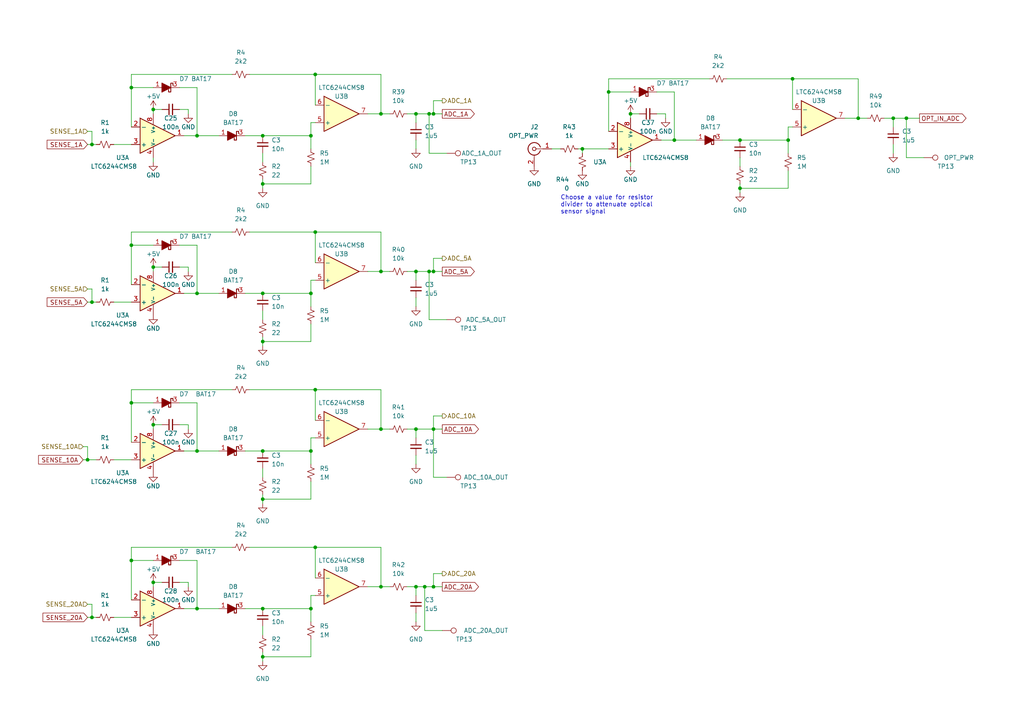
<source format=kicad_sch>
(kicad_sch (version 20230121) (generator eeschema)
  (paper "A4")
  (lib_symbols
    (symbol "Connector:Conn_Coaxial" (pin_names (offset 1.016) hide)
      (property "Reference" "J" (at 0.254 3.048 0))
      (property "Value" "Conn_Coaxial" (at 2.921 0 90))
      (symbol "Conn_Coaxial_0_1"
        (arc (start -1.778 -0.508) (mid 0.2311 -1.8066) (end 1.778 0) (stroke (width 0.254)))
        (polyline (pts (xy -2.54 0) (xy -0.508 0)))
        (polyline (pts (xy 0 -2.54) (xy 0 -1.778)))
        (circle (center 0 0) (radius 0.508) (stroke (width 0.2032)))
        (arc (start 1.778 0) (mid 0.2099 1.8101) (end -1.778 0.508) (stroke (width 0.254)))
      )
      (symbol "Conn_Coaxial_1_1"
        (pin passive line (at -5.08 0 0) (length 2.54) (name "In") (number "1"))
        (pin passive line (at 0 -5.08 90) (length 2.54) (name "Ext") (number "2"))
      )
    )
    (symbol "Connector:TestPoint" (pin_numbers hide) (pin_names (offset 0.762) hide)
      (property "Reference" "TP" (at 0 6.858 0))
      (property "Value" "TestPoint" (at 0 5.08 0))
      (symbol "TestPoint_0_1"
        (circle (center 0 3.302) (radius 0.762))
      )
      (symbol "TestPoint_1_1"
        (pin passive line (at 0 0 90) (length 2.54) (name "1") (number "1"))
      )
    )
    (symbol "Device:C_Small" (pin_numbers hide) (pin_names (offset 0.254) hide)
      (property "Reference" "C" (at 0.254 1.778 0))
      (property "Value" "C_Small" (at 0.254 -2.032 0))
      (symbol "C_Small_0_1"
        (polyline (pts (xy -1.524 -0.508) (xy 1.524 -0.508)) (stroke (width 0.3302)))
        (polyline (pts (xy -1.524 0.508) (xy 1.524 0.508)) (stroke (width 0.3048)))
      )
      (symbol "C_Small_1_1"
        (pin passive line (at 0 2.54 270) (length 2.032) (name "~") (number "1"))
        (pin passive line (at 0 -2.54 90) (length 2.032) (name "~") (number "2"))
      )
    )
    (symbol "Device:R_Small_US" (pin_numbers hide) (pin_names (offset 0.254) hide)
      (property "Reference" "R" (at 0.762 0.508 0))
      (property "Value" "R_Small_US" (at 0.762 -1.016 0))
      (symbol "R_Small_US_1_1"
        (polyline (pts (xy 0 0) (xy 1.016 -0.381) (xy 0 -0.762) (xy -1.016 -1.143) (xy 0 -1.524)))
        (polyline (pts (xy 0 1.524) (xy 1.016 1.143) (xy 0 0.762) (xy -1.016 0.381) (xy 0 0)))
        (pin passive line (at 0 2.54 270) (length 1.016) (name "~") (number "1"))
        (pin passive line (at 0 -2.54 90) (length 1.016) (name "~") (number "2"))
      )
    )
    (symbol "PCM_Amplifier_Operational_AKL:LTC6244CMS8" (pin_names (offset 0.2))
      (property "Reference" "U" (at 1.27 7.62 0))
      (property "Value" "LTC6244CMS8" (at 1.27 5.08 0))
      (symbol "LTC6244CMS8_0_1"
        (polyline (pts (xy -3.81 5.08) (xy -3.81 -5.08) (xy 6.35 0) (xy -3.81 5.08)) (stroke (width 0.254)) (fill (type background)))
      )
      (symbol "LTC6244CMS8_1_1"
        (pin output line (at 8.89 0 180) (length 2.54) (name "~") (number "1"))
        (pin input line (at -6.35 2.54 0) (length 2.54) (name "-") (number "2"))
        (pin input line (at -6.35 -2.54 0) (length 2.54) (name "+") (number "3"))
        (pin power_in line (at 0 -6.35 90) (length 3.18) (name "V-") (number "4"))
        (pin power_in line (at 0 6.35 270) (length 3.18) (name "V+") (number "8"))
      )
      (symbol "LTC6244CMS8_2_1"
        (pin input line (at -6.35 -2.54 0) (length 2.54) (name "+") (number "5"))
        (pin input line (at -6.35 2.54 0) (length 2.54) (name "-") (number "6"))
        (pin output line (at 8.89 0 180) (length 2.54) (name "~") (number "7"))
      )
    )
    (symbol "PCM_Diode_Schottky_AKL:BAT17" (pin_names (offset 1.016) hide)
      (property "Reference" "D" (at 0 6.35 0))
      (property "Value" "BAT17" (at 0 3.81 0))
      (symbol "BAT17_0_1"
        (polyline (pts (xy -1.27 0) (xy 1.27 0)))
        (polyline (pts (xy -1.27 1.27) (xy -1.27 -1.27)) (stroke (width 0.254)))
        (polyline (pts (xy -1.27 -1.27) (xy -1.27 1.27) (xy 1.27 0) (xy -1.27 -1.27)) (stroke (width 0.254)) (fill (type outline)))
      )
      (symbol "BAT17_1_1"
        (polyline (pts (xy 1.905 0.635) (xy 1.905 1.27) (xy 1.27 1.27) (xy 1.27 -1.27) (xy 0.635 -1.27) (xy 0.635 -0.635)) (stroke (width 0.254)))
        (pin passive line (at -3.81 0 0) (length 2.54) (name "A") (number "1"))
        (pin no_connect line (at 0 0 0) (length 2.54) hide (name "NC") (number "2"))
        (pin passive line (at 3.81 0 180) (length 2.54) (name "K") (number "3"))
      )
    )
    (symbol "power:+5V" (power) (pin_names (offset 0))
      (property "Value" "+5V" (at 0 3.556 0))
      (symbol "+5V_0_1"
        (polyline (pts (xy -0.762 1.27) (xy 0 2.54)))
        (polyline (pts (xy 0 0) (xy 0 2.54)))
        (polyline (pts (xy 0 2.54) (xy 0.762 1.27)))
      )
      (symbol "+5V_1_1"
        (pin power_in line (at 0 0 90) (length 0) hide (name "+5V") (number "1"))
      )
    )
    (symbol "power:GND" (power) (pin_names (offset 0))
      (property "Value" "GND" (at 0 -3.81 0))
      (symbol "GND_0_1"
        (polyline (pts (xy 0 0) (xy 0 -1.27) (xy 1.27 -1.27) (xy 0 -2.54) (xy -1.27 -1.27) (xy 0 -1.27)))
      )
      (symbol "GND_1_1"
        (pin power_in line (at 0 0 270) (length 0) hide (name "GND") (number "1"))
      )
    )
  )
  (junction (at 44.45 123.19))
  (junction (at 124.46 78.74))
  (junction (at 38.1 71.12))
  (junction (at 90.17 176.53))
  (junction (at 26.67 87.63))
  (junction (at 120.65 33.02))
  (junction (at 176.53 26.67))
  (junction (at 229.87 22.86))
  (junction (at 125.73 170.18))
  (junction (at 195.58 40.64))
  (junction (at 90.17 130.81))
  (junction (at 76.2 190.5))
  (junction (at 76.2 53.34))
  (junction (at 76.2 176.53))
  (junction (at 91.44 158.75))
  (junction (at 26.67 179.07))
  (junction (at 76.2 144.78))
  (junction (at 38.1 162.56))
  (junction (at 26.67 41.91))
  (junction (at 25.4 133.35))
  (junction (at 76.2 85.09))
  (junction (at 120.65 78.74))
  (junction (at 57.15 85.09))
  (junction (at 182.88 33.02))
  (junction (at 125.73 78.74))
  (junction (at 57.15 39.37))
  (junction (at 91.44 21.59))
  (junction (at 76.2 39.37))
  (junction (at 90.17 85.09))
  (junction (at 262.89 34.29))
  (junction (at 123.19 170.18))
  (junction (at 76.2 99.06))
  (junction (at 248.92 34.29))
  (junction (at 214.63 40.64))
  (junction (at 90.17 39.37))
  (junction (at 38.1 116.84))
  (junction (at 44.45 31.75))
  (junction (at 125.73 33.02))
  (junction (at 259.08 34.29))
  (junction (at 110.49 78.74))
  (junction (at 110.49 170.18))
  (junction (at 57.15 130.81))
  (junction (at 44.45 77.47))
  (junction (at 120.65 124.46))
  (junction (at 124.46 33.02))
  (junction (at 125.73 124.46))
  (junction (at 91.44 67.31))
  (junction (at 76.2 130.81))
  (junction (at 91.44 113.03))
  (junction (at 38.1 25.4))
  (junction (at 120.65 170.18))
  (junction (at 110.49 124.46))
  (junction (at 214.63 54.61))
  (junction (at 168.91 43.18))
  (junction (at 110.49 33.02))
  (junction (at 57.15 176.53))
  (junction (at 44.45 168.91))
  (junction (at 228.6 40.64))
  (wire (pts (xy 228.6 54.61) (xy 214.63 54.61)))
  (wire (pts (xy 54.61 33.02) (xy 54.61 31.75)))
  (wire (pts (xy 90.17 39.37) (xy 76.2 39.37)))
  (wire (pts (xy 120.65 170.18) (xy 118.11 170.18)))
  (wire (pts (xy 76.2 189.23) (xy 76.2 190.5)))
  (wire (pts (xy 228.6 36.83) (xy 228.6 40.64)))
  (wire (pts (xy 124.46 33.02) (xy 125.73 33.02)))
  (wire (pts (xy 110.49 21.59) (xy 110.49 33.02)))
  (wire (pts (xy 52.07 25.4) (xy 57.15 25.4)))
  (wire (pts (xy 90.17 134.62) (xy 90.17 130.81)))
  (wire (pts (xy 120.65 86.36) (xy 120.65 88.9)))
  (wire (pts (xy 57.15 130.81) (xy 53.34 130.81)))
  (wire (pts (xy 90.17 85.09) (xy 76.2 85.09)))
  (wire (pts (xy 162.56 43.18) (xy 160.02 43.18)))
  (wire (pts (xy 91.44 113.03) (xy 91.44 121.92)))
  (wire (pts (xy 76.2 143.51) (xy 76.2 144.78)))
  (wire (pts (xy 54.61 170.18) (xy 54.61 168.91)))
  (wire (pts (xy 91.44 158.75) (xy 91.44 167.64)))
  (wire (pts (xy 128.27 166.37) (xy 125.73 166.37)))
  (wire (pts (xy 168.91 43.18) (xy 167.64 43.18)))
  (wire (pts (xy 52.07 71.12) (xy 57.15 71.12)))
  (wire (pts (xy 76.2 44.45) (xy 76.2 46.99)))
  (wire (pts (xy 54.61 123.19) (xy 52.07 123.19)))
  (wire (pts (xy 25.4 179.07) (xy 26.67 179.07)))
  (wire (pts (xy 44.45 31.75) (xy 44.45 33.02)))
  (wire (pts (xy 176.53 26.67) (xy 176.53 38.1)))
  (wire (pts (xy 168.91 43.18) (xy 176.53 43.18)))
  (wire (pts (xy 210.82 22.86) (xy 229.87 22.86)))
  (wire (pts (xy 33.02 179.07) (xy 38.1 179.07)))
  (wire (pts (xy 57.15 176.53) (xy 53.34 176.53)))
  (wire (pts (xy 90.17 190.5) (xy 76.2 190.5)))
  (wire (pts (xy 120.65 132.08) (xy 120.65 134.62)))
  (wire (pts (xy 38.1 25.4) (xy 38.1 36.83)))
  (wire (pts (xy 110.49 78.74) (xy 106.68 78.74)))
  (wire (pts (xy 120.65 127) (xy 120.65 124.46)))
  (wire (pts (xy 57.15 85.09) (xy 63.5 85.09)))
  (wire (pts (xy 38.1 71.12) (xy 44.45 71.12)))
  (wire (pts (xy 168.91 43.18) (xy 168.91 44.45)))
  (wire (pts (xy 120.65 124.46) (xy 118.11 124.46)))
  (wire (pts (xy 91.44 21.59) (xy 110.49 21.59)))
  (wire (pts (xy 25.4 175.26) (xy 26.67 175.26)))
  (wire (pts (xy 26.67 175.26) (xy 26.67 179.07)))
  (wire (pts (xy 33.02 41.91) (xy 38.1 41.91)))
  (wire (pts (xy 120.65 78.74) (xy 118.11 78.74)))
  (wire (pts (xy 72.39 113.03) (xy 91.44 113.03)))
  (wire (pts (xy 267.97 45.72) (xy 262.89 45.72)))
  (wire (pts (xy 38.1 67.31) (xy 38.1 71.12)))
  (wire (pts (xy 124.46 92.71) (xy 124.46 78.74)))
  (wire (pts (xy 71.12 130.81) (xy 76.2 130.81)))
  (wire (pts (xy 91.44 67.31) (xy 91.44 76.2)))
  (wire (pts (xy 259.08 41.91) (xy 259.08 44.45)))
  (wire (pts (xy 214.63 45.72) (xy 214.63 48.26)))
  (wire (pts (xy 26.67 179.07) (xy 27.94 179.07)))
  (wire (pts (xy 91.44 127) (xy 90.17 127)))
  (wire (pts (xy 214.63 54.61) (xy 214.63 55.88)))
  (wire (pts (xy 125.73 138.43) (xy 125.73 124.46)))
  (wire (pts (xy 110.49 170.18) (xy 113.03 170.18)))
  (wire (pts (xy 44.45 31.75) (xy 46.99 31.75)))
  (wire (pts (xy 90.17 93.98) (xy 90.17 99.06)))
  (wire (pts (xy 120.65 177.8) (xy 120.65 180.34)))
  (wire (pts (xy 25.4 129.54) (xy 25.4 133.35)))
  (wire (pts (xy 76.2 90.17) (xy 76.2 92.71)))
  (wire (pts (xy 54.61 124.46) (xy 54.61 123.19)))
  (wire (pts (xy 195.58 26.67) (xy 195.58 40.64)))
  (wire (pts (xy 52.07 162.56) (xy 57.15 162.56)))
  (wire (pts (xy 57.15 162.56) (xy 57.15 176.53)))
  (wire (pts (xy 91.44 172.72) (xy 90.17 172.72)))
  (wire (pts (xy 120.65 81.28) (xy 120.65 78.74)))
  (wire (pts (xy 228.6 40.64) (xy 214.63 40.64)))
  (wire (pts (xy 90.17 35.56) (xy 90.17 39.37)))
  (wire (pts (xy 57.15 130.81) (xy 63.5 130.81)))
  (wire (pts (xy 124.46 78.74) (xy 125.73 78.74)))
  (wire (pts (xy 44.45 123.19) (xy 46.99 123.19)))
  (wire (pts (xy 44.45 168.91) (xy 46.99 168.91)))
  (wire (pts (xy 76.2 144.78) (xy 76.2 146.05)))
  (wire (pts (xy 71.12 39.37) (xy 76.2 39.37)))
  (wire (pts (xy 76.2 181.61) (xy 76.2 184.15)))
  (wire (pts (xy 120.65 35.56) (xy 120.65 33.02)))
  (wire (pts (xy 67.31 67.31) (xy 38.1 67.31)))
  (wire (pts (xy 182.88 46.99) (xy 182.88 48.26)))
  (wire (pts (xy 209.55 40.64) (xy 214.63 40.64)))
  (wire (pts (xy 38.1 162.56) (xy 38.1 173.99)))
  (wire (pts (xy 44.45 77.47) (xy 46.99 77.47)))
  (wire (pts (xy 76.2 97.79) (xy 76.2 99.06)))
  (wire (pts (xy 38.1 21.59) (xy 38.1 25.4)))
  (wire (pts (xy 120.65 78.74) (xy 124.46 78.74)))
  (wire (pts (xy 229.87 36.83) (xy 228.6 36.83)))
  (wire (pts (xy 90.17 185.42) (xy 90.17 190.5)))
  (wire (pts (xy 128.27 74.93) (xy 125.73 74.93)))
  (wire (pts (xy 124.46 33.02) (xy 124.46 44.45)))
  (wire (pts (xy 129.54 92.71) (xy 124.46 92.71)))
  (wire (pts (xy 71.12 85.09) (xy 76.2 85.09)))
  (wire (pts (xy 120.65 40.64) (xy 120.65 43.18)))
  (wire (pts (xy 90.17 88.9) (xy 90.17 85.09)))
  (wire (pts (xy 54.61 31.75) (xy 52.07 31.75)))
  (wire (pts (xy 125.73 120.65) (xy 125.73 124.46)))
  (wire (pts (xy 229.87 22.86) (xy 248.92 22.86)))
  (wire (pts (xy 25.4 38.1) (xy 26.67 38.1)))
  (wire (pts (xy 44.45 45.72) (xy 44.45 46.99)))
  (wire (pts (xy 110.49 78.74) (xy 113.03 78.74)))
  (wire (pts (xy 26.67 41.91) (xy 27.94 41.91)))
  (wire (pts (xy 110.49 158.75) (xy 110.49 170.18)))
  (wire (pts (xy 90.17 48.26) (xy 90.17 53.34)))
  (wire (pts (xy 57.15 176.53) (xy 63.5 176.53)))
  (wire (pts (xy 91.44 21.59) (xy 91.44 30.48)))
  (wire (pts (xy 25.4 87.63) (xy 26.67 87.63)))
  (wire (pts (xy 72.39 21.59) (xy 91.44 21.59)))
  (wire (pts (xy 182.88 33.02) (xy 185.42 33.02)))
  (wire (pts (xy 128.27 29.21) (xy 125.73 29.21)))
  (wire (pts (xy 262.89 34.29) (xy 266.7 34.29)))
  (wire (pts (xy 195.58 40.64) (xy 201.93 40.64)))
  (wire (pts (xy 125.73 33.02) (xy 128.27 33.02)))
  (wire (pts (xy 25.4 83.82) (xy 26.67 83.82)))
  (wire (pts (xy 228.6 49.53) (xy 228.6 54.61)))
  (wire (pts (xy 262.89 34.29) (xy 262.89 45.72)))
  (wire (pts (xy 38.1 116.84) (xy 38.1 128.27)))
  (wire (pts (xy 57.15 39.37) (xy 53.34 39.37)))
  (wire (pts (xy 76.2 135.89) (xy 76.2 138.43)))
  (wire (pts (xy 120.65 170.18) (xy 123.19 170.18)))
  (wire (pts (xy 120.65 124.46) (xy 125.73 124.46)))
  (wire (pts (xy 90.17 81.28) (xy 90.17 85.09)))
  (wire (pts (xy 193.04 33.02) (xy 190.5 33.02)))
  (wire (pts (xy 26.67 83.82) (xy 26.67 87.63)))
  (wire (pts (xy 57.15 39.37) (xy 63.5 39.37)))
  (wire (pts (xy 67.31 158.75) (xy 38.1 158.75)))
  (wire (pts (xy 91.44 158.75) (xy 110.49 158.75)))
  (wire (pts (xy 57.15 116.84) (xy 57.15 130.81)))
  (wire (pts (xy 90.17 139.7) (xy 90.17 144.78)))
  (wire (pts (xy 33.02 133.35) (xy 38.1 133.35)))
  (wire (pts (xy 248.92 34.29) (xy 251.46 34.29)))
  (wire (pts (xy 91.44 81.28) (xy 90.17 81.28)))
  (wire (pts (xy 76.2 52.07) (xy 76.2 53.34)))
  (wire (pts (xy 44.45 123.19) (xy 44.45 124.46)))
  (wire (pts (xy 229.87 22.86) (xy 229.87 31.75)))
  (wire (pts (xy 38.1 113.03) (xy 38.1 116.84)))
  (wire (pts (xy 110.49 33.02) (xy 106.68 33.02)))
  (wire (pts (xy 193.04 34.29) (xy 193.04 33.02)))
  (wire (pts (xy 90.17 172.72) (xy 90.17 176.53)))
  (wire (pts (xy 214.63 53.34) (xy 214.63 54.61)))
  (wire (pts (xy 129.54 44.45) (xy 124.46 44.45)))
  (wire (pts (xy 38.1 71.12) (xy 38.1 82.55)))
  (wire (pts (xy 248.92 34.29) (xy 245.11 34.29)))
  (wire (pts (xy 128.27 182.88) (xy 123.19 182.88)))
  (wire (pts (xy 205.74 22.86) (xy 176.53 22.86)))
  (wire (pts (xy 57.15 85.09) (xy 53.34 85.09)))
  (wire (pts (xy 125.73 170.18) (xy 128.27 170.18)))
  (wire (pts (xy 67.31 21.59) (xy 38.1 21.59)))
  (wire (pts (xy 67.31 113.03) (xy 38.1 113.03)))
  (wire (pts (xy 38.1 116.84) (xy 44.45 116.84)))
  (wire (pts (xy 91.44 67.31) (xy 110.49 67.31)))
  (wire (pts (xy 26.67 38.1) (xy 26.67 41.91)))
  (wire (pts (xy 259.08 36.83) (xy 259.08 34.29)))
  (wire (pts (xy 228.6 44.45) (xy 228.6 40.64)))
  (wire (pts (xy 90.17 130.81) (xy 76.2 130.81)))
  (wire (pts (xy 76.2 53.34) (xy 76.2 54.61)))
  (wire (pts (xy 76.2 190.5) (xy 76.2 191.77)))
  (wire (pts (xy 25.4 41.91) (xy 26.67 41.91)))
  (wire (pts (xy 26.67 87.63) (xy 27.94 87.63)))
  (wire (pts (xy 25.4 133.35) (xy 27.94 133.35)))
  (wire (pts (xy 57.15 25.4) (xy 57.15 39.37)))
  (wire (pts (xy 182.88 33.02) (xy 182.88 34.29)))
  (wire (pts (xy 125.73 166.37) (xy 125.73 170.18)))
  (wire (pts (xy 125.73 29.21) (xy 125.73 33.02)))
  (wire (pts (xy 54.61 77.47) (xy 52.07 77.47)))
  (wire (pts (xy 90.17 180.34) (xy 90.17 176.53)))
  (wire (pts (xy 90.17 127) (xy 90.17 130.81)))
  (wire (pts (xy 123.19 170.18) (xy 125.73 170.18)))
  (wire (pts (xy 44.45 168.91) (xy 44.45 170.18)))
  (wire (pts (xy 38.1 25.4) (xy 44.45 25.4)))
  (wire (pts (xy 125.73 74.93) (xy 125.73 78.74)))
  (wire (pts (xy 195.58 40.64) (xy 191.77 40.64)))
  (wire (pts (xy 248.92 22.86) (xy 248.92 34.29)))
  (wire (pts (xy 120.65 33.02) (xy 118.11 33.02)))
  (wire (pts (xy 110.49 33.02) (xy 113.03 33.02)))
  (wire (pts (xy 57.15 71.12) (xy 57.15 85.09)))
  (wire (pts (xy 120.65 33.02) (xy 124.46 33.02)))
  (wire (pts (xy 120.65 172.72) (xy 120.65 170.18)))
  (wire (pts (xy 38.1 162.56) (xy 44.45 162.56)))
  (wire (pts (xy 259.08 34.29) (xy 262.89 34.29)))
  (wire (pts (xy 54.61 78.74) (xy 54.61 77.47)))
  (wire (pts (xy 259.08 34.29) (xy 256.54 34.29)))
  (wire (pts (xy 24.13 129.54) (xy 25.4 129.54)))
  (wire (pts (xy 90.17 53.34) (xy 76.2 53.34)))
  (wire (pts (xy 176.53 22.86) (xy 176.53 26.67)))
  (wire (pts (xy 24.13 133.35) (xy 25.4 133.35)))
  (wire (pts (xy 91.44 113.03) (xy 110.49 113.03)))
  (wire (pts (xy 72.39 158.75) (xy 91.44 158.75)))
  (wire (pts (xy 72.39 67.31) (xy 91.44 67.31)))
  (wire (pts (xy 176.53 26.67) (xy 182.88 26.67)))
  (wire (pts (xy 71.12 176.53) (xy 76.2 176.53)))
  (wire (pts (xy 91.44 35.56) (xy 90.17 35.56)))
  (wire (pts (xy 44.45 77.47) (xy 44.45 78.74)))
  (wire (pts (xy 129.54 138.43) (xy 125.73 138.43)))
  (wire (pts (xy 110.49 124.46) (xy 113.03 124.46)))
  (wire (pts (xy 33.02 87.63) (xy 38.1 87.63)))
  (wire (pts (xy 54.61 168.91) (xy 52.07 168.91)))
  (wire (pts (xy 90.17 99.06) (xy 76.2 99.06)))
  (wire (pts (xy 128.27 120.65) (xy 125.73 120.65)))
  (wire (pts (xy 125.73 78.74) (xy 128.27 78.74)))
  (wire (pts (xy 123.19 182.88) (xy 123.19 170.18)))
  (wire (pts (xy 125.73 124.46) (xy 128.27 124.46)))
  (wire (pts (xy 110.49 170.18) (xy 106.68 170.18)))
  (wire (pts (xy 110.49 124.46) (xy 106.68 124.46)))
  (wire (pts (xy 76.2 99.06) (xy 76.2 100.33)))
  (wire (pts (xy 90.17 43.18) (xy 90.17 39.37)))
  (wire (pts (xy 110.49 67.31) (xy 110.49 78.74)))
  (wire (pts (xy 38.1 158.75) (xy 38.1 162.56)))
  (wire (pts (xy 190.5 26.67) (xy 195.58 26.67)))
  (wire (pts (xy 90.17 176.53) (xy 76.2 176.53)))
  (wire (pts (xy 52.07 116.84) (xy 57.15 116.84)))
  (wire (pts (xy 90.17 144.78) (xy 76.2 144.78)))
  (wire (pts (xy 110.49 113.03) (xy 110.49 124.46)))
  (text "Choose a value for resistor\ndivider to attenuate optical\nsensor signal" (at 162.56 62.23 0) (effects (font (size 1.27 1.27)) (justify left bottom)))
  (global_label "SENSE_5A" (shape input) (at 25.4 87.63 180) (property "Intersheetrefs" "${INTERSHEET_REFS}" (effects hide)))
  (global_label "ADC_5A" (shape output) (at 128.27 78.74 0) (property "Intersheetrefs" "${INTERSHEET_REFS}" (effects hide)))
  (global_label "ADC_1A" (shape output) (at 128.27 33.02 0) (property "Intersheetrefs" "${INTERSHEET_REFS}" (effects hide)))
  (global_label "ADC_20A" (shape output) (at 128.27 170.18 0) (property "Intersheetrefs" "${INTERSHEET_REFS}" (effects hide)))
  (global_label "OPT_IN_ADC" (shape output) (at 266.7 34.29 0) (property "Intersheetrefs" "${INTERSHEET_REFS}" (effects hide)))
  (global_label "ADC_10A" (shape output) (at 128.27 124.46 0) (property "Intersheetrefs" "${INTERSHEET_REFS}" (effects hide)))
  (global_label "SENSE_10A" (shape input) (at 24.13 133.35 180) (property "Intersheetrefs" "${INTERSHEET_REFS}" (effects hide)))
  (global_label "SENSE_1A" (shape input) (at 25.4 41.91 180) (property "Intersheetrefs" "${INTERSHEET_REFS}" (effects hide)))
  (global_label "SENSE_20A" (shape input) (at 25.4 179.07 180) (property "Intersheetrefs" "${INTERSHEET_REFS}" (effects hide)))
  (hierarchical_label "SENSE_1A" (shape input) (at 25.4 38.1 180))
  (hierarchical_label "ADC_1A" (shape output) (at 128.27 29.21 0))
  (hierarchical_label "ADC_10A" (shape output) (at 128.27 120.65 0))
  (hierarchical_label "SENSE_20A" (shape input) (at 25.4 175.26 180))
  (hierarchical_label "SENSE_5A" (shape input) (at 25.4 83.82 180))
  (hierarchical_label "ADC_5A" (shape output) (at 128.27 74.93 0))
  (hierarchical_label "ADC_20A" (shape output) (at 128.27 166.37 0))
  (hierarchical_label "SENSE_10A" (shape input) (at 24.13 129.54 180))
  (symbol (lib_id "Device:R_Small_US") (at 165.1 43.18 90) (mirror x) (unit 1)
    (property "Reference" "R43" (at 165.1 36.83 90))
    (property "Value" "1k" (at 165.1 39.37 90))
    (property "Footprint" "Resistor_SMD:R_0603_1608Metric_Pad0.98x0.95mm_HandSolder" (effects hide))
    (instances (project "cc_laser_supply_rev-B" (path "" (reference "R43") (unit 1)) (path "" (reference "R44") (unit 1))))
  )
  (symbol (lib_id "Device:R_Small_US") (at 69.85 21.59 90) (unit 1)
    (property "Reference" "R4" (at 69.85 15.24 90))
    (property "Value" "2k2" (at 69.85 17.78 90))
    (property "Footprint" "Resistor_SMD:R_0603_1608Metric_Pad0.98x0.95mm_HandSolder" (effects hide))
    (instances (project "cc_laser_supply_rev-B" (path "" (reference "R4") (unit 1)) (path "" (reference "R27") (unit 1))))
  )
  (symbol (lib_id "power:GND") (at 54.61 33.02 0) (unit 1)
    (property "Reference" "#PWR056" (effects hide))
    (property "Value" "GND" (at 54.61 36.83 0))
  )
  (symbol (lib_id "Device:C_Small") (at 120.65 38.1 0) (unit 1)
    (property "Reference" "C3" (at 123.19 36.8363 0) (effects (justify left)))
    (property "Value" "1u5" (at 123.19 39.3763 0) (effects (justify left)))
    (property "Footprint" "Capacitor_SMD:C_0603_1608Metric_Pad1.08x0.95mm_HandSolder" (effects hide))
    (instances (project "cc_laser_supply_rev-B" (path "" (reference "C3") (unit 1)) (path "" (reference "C33") (unit 1))))
  )
  (symbol (lib_id "Device:R_Small_US") (at 115.57 170.18 90) (unit 1)
    (property "Reference" "R42" (at 115.57 163.83 90))
    (property "Value" "10k" (at 115.57 166.37 90))
    (property "Footprint" "Resistor_SMD:R_0603_1608Metric_Pad0.98x0.95mm_HandSolder" (effects hide))
  )
  (symbol (lib_id "Device:C_Small") (at 259.08 39.37 0) (unit 1)
    (property "Reference" "C3" (at 261.62 38.1063 0) (effects (justify left)))
    (property "Value" "1u5" (at 261.62 40.6463 0) (effects (justify left)))
    (property "Footprint" "Capacitor_SMD:C_0603_1608Metric_Pad1.08x0.95mm_HandSolder" (effects hide))
    (instances (project "cc_laser_supply_rev-B" (path "" (reference "C3") (unit 1)) (path "" (reference "C39") (unit 1))))
  )
  (symbol (lib_id "power:GND") (at 120.65 88.9 0) (unit 1)
    (property "Reference" "#PWR01" (effects hide))
    (property "Value" "GND" (at 120.65 93.98 0))
    (instances (project "cc_laser_supply_rev-B" (path "" (reference "#PWR01") (unit 1)) (path "" (reference "#PWR065") (unit 1))))
  )
  (symbol (lib_id "power:GND") (at 168.91 49.53 0) (mirror y) (unit 1)
    (property "Reference" "#PWR070" (effects hide))
    (property "Value" "GND" (at 168.91 53.34 0))
    (instances (project "cc_laser_supply_rev-B" (path "" (reference "#PWR070") (unit 1)) (path "" (reference "#PWR031") (unit 1)) (path "" (reference "#PWR069") (unit 1))))
  )
  (symbol (lib_id "Connector:TestPoint") (at 129.54 92.71 270) (unit 1)
    (property "Reference" "TP13" (at 135.89 95.25 90))
    (property "Value" "ADC_5A_OUT" (at 140.97 92.71 90))
    (property "Footprint" "DW_Library:Keystone-1502-2" (effects hide))
    (instances (project "cc_laser_supply_rev-B" (path "" (reference "TP13") (unit 1)) (path "" (reference "TP18") (unit 1))))
  )
  (symbol (lib_id "Device:R_Small_US") (at 115.57 33.02 90) (unit 1)
    (property "Reference" "R39" (at 115.57 26.67 90))
    (property "Value" "10k" (at 115.57 29.21 90))
    (property "Footprint" "Resistor_SMD:R_0603_1608Metric_Pad0.98x0.95mm_HandSolder" (effects hide))
  )
  (symbol (lib_id "Device:R_Small_US") (at 115.57 124.46 90) (unit 1)
    (property "Reference" "R41" (at 115.57 118.11 90))
    (property "Value" "10k" (at 115.57 120.65 90))
    (property "Footprint" "Resistor_SMD:R_0603_1608Metric_Pad0.98x0.95mm_HandSolder" (effects hide))
  )
  (symbol (lib_id "Device:R_Small_US") (at 76.2 49.53 0) (unit 1)
    (property "Reference" "R2" (at 78.74 48.26 0) (effects (justify left)))
    (property "Value" "22" (at 78.74 50.8 0) (effects (justify left)))
    (property "Footprint" "Resistor_SMD:R_0603_1608Metric_Pad0.98x0.95mm_HandSolder" (effects hide))
    (instances (project "cc_laser_supply_rev-B" (path "" (reference "R2") (unit 1)) (path "" (reference "R31") (unit 1))))
  )
  (symbol (lib_id "Device:R_Small_US") (at 208.28 22.86 90) (unit 1)
    (property "Reference" "R4" (at 208.28 16.51 90))
    (property "Value" "2k2" (at 208.28 19.05 90))
    (property "Footprint" "Resistor_SMD:R_0603_1608Metric_Pad0.98x0.95mm_HandSolder" (effects hide))
    (instances (project "cc_laser_supply_rev-B" (path "" (reference "R4") (unit 1)) (path "" (reference "R46") (unit 1))))
  )
  (symbol (lib_id "Device:R_Small_US") (at 76.2 140.97 0) (unit 1)
    (property "Reference" "R2" (at 78.74 139.7 0) (effects (justify left)))
    (property "Value" "22" (at 78.74 142.24 0) (effects (justify left)))
    (property "Footprint" "Resistor_SMD:R_0603_1608Metric_Pad0.98x0.95mm_HandSolder" (effects hide))
    (instances (project "cc_laser_supply_rev-B" (path "" (reference "R2") (unit 1)) (path "" (reference "R33") (unit 1))))
  )
  (symbol (lib_id "Device:R_Small_US") (at 76.2 186.69 0) (unit 1)
    (property "Reference" "R2" (at 78.74 185.42 0) (effects (justify left)))
    (property "Value" "22" (at 78.74 187.96 0) (effects (justify left)))
    (property "Footprint" "Resistor_SMD:R_0603_1608Metric_Pad0.98x0.95mm_HandSolder" (effects hide))
    (instances (project "cc_laser_supply_rev-B" (path "" (reference "R2") (unit 1)) (path "" (reference "R34") (unit 1))))
  )
  (symbol (lib_id "power:GND") (at 44.45 182.88 0) (unit 1)
    (property "Reference" "#PWR055" (effects hide))
    (property "Value" "GND" (at 44.45 186.69 0))
  )
  (symbol (lib_id "Device:R_Small_US") (at 69.85 67.31 90) (unit 1)
    (property "Reference" "R4" (at 69.85 60.96 90))
    (property "Value" "2k2" (at 69.85 63.5 90))
    (property "Footprint" "Resistor_SMD:R_0603_1608Metric_Pad0.98x0.95mm_HandSolder" (effects hide))
    (instances (project "cc_laser_supply_rev-B" (path "" (reference "R4") (unit 1)) (path "" (reference "R28") (unit 1))))
  )
  (symbol (lib_id "Device:R_Small_US") (at 30.48 179.07 90) (unit 1)
    (property "Reference" "R1" (at 30.48 172.72 90))
    (property "Value" "1k" (at 30.48 175.26 90))
    (property "Footprint" "Resistor_SMD:R_0603_1608Metric_Pad0.98x0.95mm_HandSolder" (effects hide))
    (instances (project "cc_laser_supply_rev-B" (path "" (reference "R1") (unit 1)) (path "" (reference "R26") (unit 1))))
  )
  (symbol (lib_id "Device:C_Small") (at 76.2 41.91 0) (unit 1)
    (property "Reference" "C3" (at 78.74 40.6463 0) (effects (justify left)))
    (property "Value" "10n" (at 78.74 43.1863 0) (effects (justify left)))
    (property "Footprint" "Capacitor_SMD:C_0603_1608Metric_Pad1.08x0.95mm_HandSolder" (effects hide))
    (instances (project "cc_laser_supply_rev-B" (path "" (reference "C3") (unit 1)) (path "" (reference "C29") (unit 1))))
  )
  (symbol (lib_id "power:GND") (at 214.63 55.88 0) (unit 1)
    (property "Reference" "#PWR01" (effects hide))
    (property "Value" "GND" (at 214.63 60.96 0))
    (instances (project "cc_laser_supply_rev-B" (path "" (reference "#PWR01") (unit 1)) (path "" (reference "#PWR077") (unit 1))))
  )
  (symbol (lib_id "Device:R_Small_US") (at 214.63 50.8 0) (unit 1)
    (property "Reference" "R2" (at 217.17 49.53 0) (effects (justify left)))
    (property "Value" "22" (at 217.17 52.07 0) (effects (justify left)))
    (property "Footprint" "Resistor_SMD:R_0603_1608Metric_Pad0.98x0.95mm_HandSolder" (effects hide))
    (instances (project "cc_laser_supply_rev-B" (path "" (reference "R2") (unit 1)) (path "" (reference "R47") (unit 1))))
  )
  (symbol (lib_id "PCM_Diode_Schottky_AKL:BAT17") (at 48.26 162.56 0) (unit 1)
    (property "Reference" "D7" (at 53.34 160.02 0))
    (property "Value" "BAT17" (at 59.69 160.02 0))
    (property "Footprint" "Package_TO_SOT_SMD:SOT-23" (effects hide))
    (property "Datasheet" "https://www.tme.eu/Document/d687487cb10ea7fc40a74e801e7f61ce/BAT17.pdf" (effects hide))
    (instances (project "cc_laser_supply_rev-B" (path "" (reference "D7") (unit 1)) (path "" (reference "D11") (unit 1))))
  )
  (symbol (lib_id "Device:R_Small_US") (at 30.48 41.91 90) (unit 1)
    (property "Reference" "R1" (at 30.48 35.56 90))
    (property "Value" "1k" (at 30.48 38.1 90))
    (property "Footprint" "Resistor_SMD:R_0603_1608Metric_Pad0.98x0.95mm_HandSolder" (effects hide))
    (instances (project "cc_laser_supply_rev-B" (path "" (reference "R1") (unit 1)) (path "" (reference "R23") (unit 1))))
  )
  (symbol (lib_id "PCM_Diode_Schottky_AKL:BAT17") (at 48.26 71.12 0) (unit 1)
    (property "Reference" "D7" (at 53.34 68.58 0))
    (property "Value" "BAT17" (at 58.42 68.58 0))
    (property "Footprint" "Package_TO_SOT_SMD:SOT-23" (effects hide))
    (property "Datasheet" "https://www.tme.eu/Document/d687487cb10ea7fc40a74e801e7f61ce/BAT17.pdf" (effects hide))
    (instances (project "cc_laser_supply_rev-B" (path "" (reference "D7") (unit 1)) (path "" (reference "D9") (unit 1))))
  )
  (symbol (lib_id "PCM_Diode_Schottky_AKL:BAT17") (at 67.31 39.37 0) (unit 1)
    (property "Reference" "D8" (at 67.6275 33.02 0))
    (property "Value" "BAT17" (at 67.6275 35.56 0))
    (property "Footprint" "Package_TO_SOT_SMD:SOT-23" (effects hide))
    (property "Datasheet" "https://www.tme.eu/Document/d687487cb10ea7fc40a74e801e7f61ce/BAT17.pdf" (effects hide))
    (instances (project "cc_laser_supply_rev-B" (path "" (reference "D8") (unit 1)) (path "" (reference "D12") (unit 1))))
  )
  (symbol (lib_id "power:+5V") (at 44.45 168.91 0) (unit 1)
    (property "Reference" "#PWR017" (effects hide))
    (property "Value" "+5V" (at 44.45 165.1 0))
    (instances (project "cc_laser_supply_rev-B" (path "" (reference "#PWR017") (unit 1)) (path "" (reference "#PWR054") (unit 1))))
  )
  (symbol (lib_id "PCM_Diode_Schottky_AKL:BAT17") (at 67.31 176.53 0) (unit 1)
    (property "Reference" "D8" (at 67.6275 170.18 0))
    (property "Value" "BAT17" (at 67.6275 172.72 0))
    (property "Footprint" "Package_TO_SOT_SMD:SOT-23" (effects hide))
    (property "Datasheet" "https://www.tme.eu/Document/d687487cb10ea7fc40a74e801e7f61ce/BAT17.pdf" (effects hide))
    (instances (project "cc_laser_supply_rev-B" (path "" (reference "D8") (unit 1)) (path "" (reference "D15") (unit 1))))
  )
  (symbol (lib_id "Device:C_Small") (at 76.2 179.07 0) (unit 1)
    (property "Reference" "C3" (at 78.74 177.8063 0) (effects (justify left)))
    (property "Value" "10n" (at 78.74 180.3463 0) (effects (justify left)))
    (property "Footprint" "Capacitor_SMD:C_0603_1608Metric_Pad1.08x0.95mm_HandSolder" (effects hide))
    (instances (project "cc_laser_supply_rev-B" (path "" (reference "C3") (unit 1)) (path "" (reference "C32") (unit 1))))
  )
  (symbol (lib_id "power:GND") (at 54.61 170.18 0) (unit 1)
    (property "Reference" "#PWR059" (effects hide))
    (property "Value" "GND" (at 54.61 173.99 0))
  )
  (symbol (lib_id "power:GND") (at 120.65 43.18 0) (unit 1)
    (property "Reference" "#PWR01" (effects hide))
    (property "Value" "GND" (at 120.65 48.26 0))
    (instances (project "cc_laser_supply_rev-B" (path "" (reference "#PWR01") (unit 1)) (path "" (reference "#PWR064") (unit 1))))
  )
  (symbol (lib_id "power:+5V") (at 44.45 31.75 0) (unit 1)
    (property "Reference" "#PWR017" (effects hide))
    (property "Value" "+5V" (at 44.45 27.94 0))
    (instances (project "cc_laser_supply_rev-B" (path "" (reference "#PWR017") (unit 1)) (path "" (reference "#PWR048") (unit 1))))
  )
  (symbol (lib_id "Device:R_Small_US") (at 90.17 45.72 0) (unit 1)
    (property "Reference" "R5" (at 92.71 44.45 0) (effects (justify left)))
    (property "Value" "1M" (at 92.71 46.99 0) (effects (justify left)))
    (property "Footprint" "Resistor_SMD:R_0603_1608Metric_Pad0.98x0.95mm_HandSolder" (effects hide))
    (instances (project "cc_laser_supply_rev-B" (path "" (reference "R5") (unit 1)) (path "" (reference "R35") (unit 1))))
  )
  (symbol (lib_id "power:GND") (at 54.61 78.74 0) (unit 1)
    (property "Reference" "#PWR057" (effects hide))
    (property "Value" "GND" (at 54.61 82.55 0))
  )
  (symbol (lib_id "power:GND") (at 54.61 124.46 0) (unit 1)
    (property "Reference" "#PWR058" (effects hide))
    (property "Value" "GND" (at 54.61 128.27 0))
  )
  (symbol (lib_id "power:GND") (at 44.45 137.16 0) (unit 1)
    (property "Reference" "#PWR053" (effects hide))
    (property "Value" "GND" (at 44.45 140.97 0))
  )
  (symbol (lib_id "Connector:TestPoint") (at 129.54 44.45 270) (unit 1)
    (property "Reference" "TP13" (at 135.89 46.99 90))
    (property "Value" "ADC_1A_OUT" (at 139.7 44.45 90))
    (property "Footprint" "DW_Library:Keystone-1502-2" (effects hide))
    (instances (project "cc_laser_supply_rev-B" (path "" (reference "TP13") (unit 1)) (path "" (reference "TP17") (unit 1))))
  )
  (symbol (lib_id "Device:C_Small") (at 49.53 77.47 90) (unit 1)
    (property "Reference" "C26" (at 49.53 80.01 90))
    (property "Value" "100n" (at 49.53 82.55 90))
    (property "Footprint" "Capacitor_SMD:C_0603_1608Metric_Pad1.08x0.95mm_HandSolder" (effects hide))
  )
  (symbol (lib_id "Device:R_Small_US") (at 168.91 46.99 0) (mirror x) (unit 1)
    (property "Reference" "R44" (at 165.1 52.07 0) (effects (justify right)))
    (property "Value" "0" (at 165.1 54.61 0) (effects (justify right)))
    (property "Footprint" "Resistor_SMD:R_0603_1608Metric_Pad0.98x0.95mm_HandSolder" (effects hide))
    (instances (project "cc_laser_supply_rev-B" (path "" (reference "R44") (unit 1)) (path "" (reference "R43") (unit 1))))
  )
  (symbol (lib_id "PCM_Diode_Schottky_AKL:BAT17") (at 186.69 26.67 0) (unit 1)
    (property "Reference" "D7" (at 191.77 24.13 0))
    (property "Value" "BAT17" (at 196.85 24.13 0))
    (property "Footprint" "Package_TO_SOT_SMD:SOT-23" (effects hide))
    (property "Datasheet" "https://www.tme.eu/Document/d687487cb10ea7fc40a74e801e7f61ce/BAT17.pdf" (effects hide))
    (instances (project "cc_laser_supply_rev-B" (path "" (reference "D7") (unit 1)) (path "" (reference "D16") (unit 1))))
  )
  (symbol (lib_id "power:GND") (at 44.45 46.99 0) (unit 1)
    (property "Reference" "#PWR049" (effects hide))
    (property "Value" "GND" (at 44.45 50.8 0))
  )
  (symbol (lib_id "PCM_Amplifier_Operational_AKL:LTC6244CMS8") (at 97.79 124.46 0) (unit 2)
    (property "Reference" "U3" (at 99.06 119.38 0))
    (property "Value" "LTC6244CMS8" (at 99.06 116.84 0))
    (property "Footprint" "Package_SO:MSOP-8_3x3mm_P0.65mm" (effects hide))
    (property "Datasheet" "https://www.tme.eu/Document/9b7e0c22f3a435802a00b60d4aff23a7/LTC6240_1_2.pdf" (effects hide))
    (instances (project "cc_laser_supply_rev-B" (path "" (reference "U3") (unit 2)) (path "" (reference "U10") (unit 2))))
  )
  (symbol (lib_id "Connector:TestPoint") (at 128.27 182.88 270) (unit 1)
    (property "Reference" "TP13" (at 134.62 185.42 90))
    (property "Value" "ADC_20A_OUT" (at 140.97 182.88 90))
    (property "Footprint" "DW_Library:Keystone-1502-2" (effects hide))
    (instances (project "cc_laser_supply_rev-B" (path "" (reference "TP13") (unit 1)) (path "" (reference "TP20") (unit 1))))
  )
  (symbol (lib_id "Device:R_Small_US") (at 90.17 182.88 0) (unit 1)
    (property "Reference" "R5" (at 92.71 181.61 0) (effects (justify left)))
    (property "Value" "1M" (at 92.71 184.15 0) (effects (justify left)))
    (property "Footprint" "Resistor_SMD:R_0603_1608Metric_Pad0.98x0.95mm_HandSolder" (effects hide))
    (instances (project "cc_laser_supply_rev-B" (path "" (reference "R5") (unit 1)) (path "" (reference "R38") (unit 1))))
  )
  (symbol (lib_id "Device:R_Small_US") (at 254 34.29 90) (unit 1)
    (property "Reference" "R49" (at 254 27.94 90))
    (property "Value" "10k" (at 254 30.48 90))
    (property "Footprint" "Resistor_SMD:R_0603_1608Metric_Pad0.98x0.95mm_HandSolder" (effects hide))
  )
  (symbol (lib_id "PCM_Amplifier_Operational_AKL:LTC6244CMS8") (at 44.45 176.53 0) (unit 1)
    (property "Reference" "U3" (at 35.56 182.88 0))
    (property "Value" "LTC6244CMS8" (at 33.02 185.42 0))
    (property "Footprint" "Package_SO:MSOP-8_3x3mm_P0.65mm" (effects hide))
    (property "Datasheet" "https://www.tme.eu/Document/9b7e0c22f3a435802a00b60d4aff23a7/LTC6240_1_2.pdf" (effects hide))
    (instances (project "cc_laser_supply_rev-B" (path "" (reference "U3") (unit 1)) (path "" (reference "U11") (unit 1))))
  )
  (symbol (lib_id "Connector:Conn_Coaxial") (at 154.94 43.18 0) (mirror y) (unit 1)
    (property "Reference" "J2" (at 156.21 36.83 0) (effects (justify left)))
    (property "Value" "OPT_PWR" (at 156.21 39.37 0) (effects (justify left)))
    (property "Footprint" "DW_Library:BNC_Molex_0731375003" (effects hide))
    (property "Datasheet" " ~" (effects hide))
    (instances (project "cc_laser_supply_rev-B" (path "" (reference "J2") (unit 1)) (path "" (reference "J3") (unit 1)) (path "" (reference "J3") (unit 1))))
  )
  (symbol (lib_id "PCM_Amplifier_Operational_AKL:LTC6244CMS8") (at 44.45 130.81 0) (unit 1)
    (property "Reference" "U3" (at 35.56 137.16 0))
    (property "Value" "LTC6244CMS8" (at 33.02 139.7 0))
    (property "Footprint" "Package_SO:MSOP-8_3x3mm_P0.65mm" (effects hide))
    (property "Datasheet" "https://www.tme.eu/Document/9b7e0c22f3a435802a00b60d4aff23a7/LTC6240_1_2.pdf" (effects hide))
    (instances (project "cc_laser_supply_rev-B" (path "" (reference "U3") (unit 1)) (path "" (reference "U10") (unit 1))))
  )
  (symbol (lib_id "Device:C_Small") (at 187.96 33.02 90) (unit 1)
    (property "Reference" "C37" (at 187.96 35.56 90))
    (property "Value" "100n" (at 187.96 38.1 90))
    (property "Footprint" "Capacitor_SMD:C_0603_1608Metric_Pad1.08x0.95mm_HandSolder" (effects hide))
  )
  (symbol (lib_id "Device:C_Small") (at 49.53 123.19 90) (unit 1)
    (property "Reference" "C27" (at 49.53 125.73 90))
    (property "Value" "100n" (at 49.53 128.27 90))
    (property "Footprint" "Capacitor_SMD:C_0603_1608Metric_Pad1.08x0.95mm_HandSolder" (effects hide))
  )
  (symbol (lib_id "PCM_Amplifier_Operational_AKL:LTC6244CMS8") (at 97.79 78.74 0) (unit 2)
    (property "Reference" "U3" (at 99.06 73.66 0))
    (property "Value" "LTC6244CMS8" (at 99.06 71.12 0))
    (property "Footprint" "Package_SO:MSOP-8_3x3mm_P0.65mm" (effects hide))
    (property "Datasheet" "https://www.tme.eu/Document/9b7e0c22f3a435802a00b60d4aff23a7/LTC6240_1_2.pdf" (effects hide))
    (instances (project "cc_laser_supply_rev-B" (path "" (reference "U3") (unit 2)) (path "" (reference "U9") (unit 2))))
  )
  (symbol (lib_id "power:+5V") (at 44.45 77.47 0) (unit 1)
    (property "Reference" "#PWR017" (effects hide))
    (property "Value" "+5V" (at 44.45 73.66 0))
    (instances (project "cc_laser_supply_rev-B" (path "" (reference "#PWR017") (unit 1)) (path "" (reference "#PWR050") (unit 1))))
  )
  (symbol (lib_id "PCM_Amplifier_Operational_AKL:LTC6244CMS8") (at 97.79 170.18 0) (unit 2)
    (property "Reference" "U3" (at 99.06 165.1 0))
    (property "Value" "LTC6244CMS8" (at 99.06 162.56 0))
    (property "Footprint" "Package_SO:MSOP-8_3x3mm_P0.65mm" (effects hide))
    (property "Datasheet" "https://www.tme.eu/Document/9b7e0c22f3a435802a00b60d4aff23a7/LTC6240_1_2.pdf" (effects hide))
    (instances (project "cc_laser_supply_rev-B" (path "" (reference "U3") (unit 2)) (path "" (reference "U11") (unit 2))))
  )
  (symbol (lib_id "Device:R_Small_US") (at 228.6 46.99 0) (unit 1)
    (property "Reference" "R5" (at 231.14 45.72 0) (effects (justify left)))
    (property "Value" "1M" (at 231.14 48.26 0) (effects (justify left)))
    (property "Footprint" "Resistor_SMD:R_0603_1608Metric_Pad0.98x0.95mm_HandSolder" (effects hide))
    (instances (project "cc_laser_supply_rev-B" (path "" (reference "R5") (unit 1)) (path "" (reference "R48") (unit 1))))
  )
  (symbol (lib_id "power:GND") (at 182.88 48.26 0) (unit 1)
    (property "Reference" "#PWR075" (effects hide))
    (property "Value" "GND" (at 182.88 52.07 0))
  )
  (symbol (lib_id "PCM_Diode_Schottky_AKL:BAT17") (at 67.31 85.09 0) (unit 1)
    (property "Reference" "D8" (at 67.6275 78.74 0))
    (property "Value" "BAT17" (at 67.6275 81.28 0))
    (property "Footprint" "Package_TO_SOT_SMD:SOT-23" (effects hide))
    (property "Datasheet" "https://www.tme.eu/Document/d687487cb10ea7fc40a74e801e7f61ce/BAT17.pdf" (effects hide))
    (instances (project "cc_laser_supply_rev-B" (path "" (reference "D8") (unit 1)) (path "" (reference "D13") (unit 1))))
  )
  (symbol (lib_id "PCM_Diode_Schottky_AKL:BAT17") (at 67.31 130.81 0) (unit 1)
    (property "Reference" "D8" (at 67.6275 124.46 0))
    (property "Value" "BAT17" (at 67.6275 127 0))
    (property "Footprint" "Package_TO_SOT_SMD:SOT-23" (effects hide))
    (property "Datasheet" "https://www.tme.eu/Document/d687487cb10ea7fc40a74e801e7f61ce/BAT17.pdf" (effects hide))
    (instances (project "cc_laser_supply_rev-B" (path "" (reference "D8") (unit 1)) (path "" (reference "D14") (unit 1))))
  )
  (symbol (lib_id "Device:R_Small_US") (at 30.48 87.63 90) (unit 1)
    (property "Reference" "R1" (at 30.48 81.28 90))
    (property "Value" "1k" (at 30.48 83.82 90))
    (property "Footprint" "Resistor_SMD:R_0603_1608Metric_Pad0.98x0.95mm_HandSolder" (effects hide))
    (instances (project "cc_laser_supply_rev-B" (path "" (reference "R1") (unit 1)) (path "" (reference "R24") (unit 1))))
  )
  (symbol (lib_id "Device:C_Small") (at 49.53 31.75 90) (unit 1)
    (property "Reference" "C25" (at 49.53 34.29 90))
    (property "Value" "100n" (at 49.53 36.83 90))
    (property "Footprint" "Capacitor_SMD:C_0603_1608Metric_Pad1.08x0.95mm_HandSolder" (effects hide))
  )
  (symbol (lib_id "Connector:TestPoint") (at 129.54 138.43 270) (unit 1)
    (property "Reference" "TP13" (at 135.89 140.97 90))
    (property "Value" "ADC_10A_OUT" (at 140.97 138.43 90))
    (property "Footprint" "DW_Library:Keystone-1502-2" (effects hide))
    (instances (project "cc_laser_supply_rev-B" (path "" (reference "TP13") (unit 1)) (path "" (reference "TP19") (unit 1))))
  )
  (symbol (lib_id "PCM_Diode_Schottky_AKL:BAT17") (at 48.26 25.4 0) (unit 1)
    (property "Reference" "D7" (at 53.34 22.86 0))
    (property "Value" "BAT17" (at 58.42 22.86 0))
    (property "Footprint" "Package_TO_SOT_SMD:SOT-23" (effects hide))
    (property "Datasheet" "https://www.tme.eu/Document/d687487cb10ea7fc40a74e801e7f61ce/BAT17.pdf" (effects hide))
    (instances (project "cc_laser_supply_rev-B" (path "" (reference "D7") (unit 1)) (path "" (reference "D8") (unit 1))))
  )
  (symbol (lib_id "power:+5V") (at 44.45 123.19 0) (unit 1)
    (property "Reference" "#PWR017" (effects hide))
    (property "Value" "+5V" (at 44.45 119.38 0))
    (instances (project "cc_laser_supply_rev-B" (path "" (reference "#PWR017") (unit 1)) (path "" (reference "#PWR052") (unit 1))))
  )
  (symbol (lib_id "PCM_Amplifier_Operational_AKL:LTC6244CMS8") (at 236.22 34.29 0) (unit 2)
    (property "Reference" "U3" (at 237.49 29.21 0))
    (property "Value" "LTC6244CMS8" (at 237.49 26.67 0))
    (property "Footprint" "Package_SO:MSOP-8_3x3mm_P0.65mm" (effects hide))
    (property "Datasheet" "https://www.tme.eu/Document/9b7e0c22f3a435802a00b60d4aff23a7/LTC6240_1_2.pdf" (effects hide))
    (instances (project "cc_laser_supply_rev-B" (path "" (reference "U3") (unit 2)) (path "" (reference "U13") (unit 2))))
  )
  (symbol (lib_id "power:GND") (at 259.08 44.45 0) (unit 1)
    (property "Reference" "#PWR01" (effects hide))
    (property "Value" "GND" (at 259.08 49.53 0))
    (instances (project "cc_laser_supply_rev-B" (path "" (reference "#PWR01") (unit 1)) (path "" (reference "#PWR078") (unit 1))))
  )
  (symbol (lib_id "Device:C_Small") (at 76.2 133.35 0) (unit 1)
    (property "Reference" "C3" (at 78.74 132.0863 0) (effects (justify left)))
    (property "Value" "10n" (at 78.74 134.6263 0) (effects (justify left)))
    (property "Footprint" "Capacitor_SMD:C_0603_1608Metric_Pad1.08x0.95mm_HandSolder" (effects hide))
    (instances (project "cc_laser_supply_rev-B" (path "" (reference "C3") (unit 1)) (path "" (reference "C31") (unit 1))))
  )
  (symbol (lib_id "power:GND") (at 44.45 91.44 0) (unit 1)
    (property "Reference" "#PWR051" (effects hide))
    (property "Value" "GND" (at 44.45 95.25 0))
  )
  (symbol (lib_id "Device:R_Small_US") (at 30.48 133.35 90) (unit 1)
    (property "Reference" "R1" (at 30.48 127 90))
    (property "Value" "1k" (at 30.48 129.54 90))
    (property "Footprint" "Resistor_SMD:R_0603_1608Metric_Pad0.98x0.95mm_HandSolder" (effects hide))
    (instances (project "cc_laser_supply_rev-B" (path "" (reference "R1") (unit 1)) (path "" (reference "R25") (unit 1))))
  )
  (symbol (lib_id "Device:R_Small_US") (at 76.2 95.25 0) (unit 1)
    (property "Reference" "R2" (at 78.74 93.98 0) (effects (justify left)))
    (property "Value" "22" (at 78.74 96.52 0) (effects (justify left)))
    (property "Footprint" "Resistor_SMD:R_0603_1608Metric_Pad0.98x0.95mm_HandSolder" (effects hide))
    (instances (project "cc_laser_supply_rev-B" (path "" (reference "R2") (unit 1)) (path "" (reference "R32") (unit 1))))
  )
  (symbol (lib_id "power:GND") (at 120.65 134.62 0) (unit 1)
    (property "Reference" "#PWR01" (effects hide))
    (property "Value" "GND" (at 120.65 139.7 0))
    (instances (project "cc_laser_supply_rev-B" (path "" (reference "#PWR01") (unit 1)) (path "" (reference "#PWR066") (unit 1))))
  )
  (symbol (lib_id "Connector:TestPoint") (at 267.97 45.72 270) (unit 1)
    (property "Reference" "TP13" (at 274.32 48.26 90))
    (property "Value" "OPT_PWR" (at 278.13 45.72 90))
    (property "Footprint" "DW_Library:Keystone-1502-2" (effects hide))
    (instances (project "cc_laser_supply_rev-B" (path "" (reference "TP13") (unit 1)) (path "" (reference "TP21") (unit 1))))
  )
  (symbol (lib_id "Device:C_Small") (at 214.63 43.18 0) (unit 1)
    (property "Reference" "C3" (at 217.17 41.9163 0) (effects (justify left)))
    (property "Value" "10n" (at 217.17 44.4563 0) (effects (justify left)))
    (property "Footprint" "Capacitor_SMD:C_0603_1608Metric_Pad1.08x0.95mm_HandSolder" (effects hide))
    (instances (project "cc_laser_supply_rev-B" (path "" (reference "C3") (unit 1)) (path "" (reference "C38") (unit 1))))
  )
  (symbol (lib_id "power:+5V") (at 182.88 33.02 0) (unit 1)
    (property "Reference" "#PWR017" (effects hide))
    (property "Value" "+5V" (at 182.88 29.21 0))
    (instances (project "cc_laser_supply_rev-B" (path "" (reference "#PWR017") (unit 1)) (path "" (reference "#PWR019") (unit 1))))
  )
  (symbol (lib_id "power:GND") (at 154.94 48.26 0) (mirror y) (unit 1)
    (property "Reference" "#PWR069" (effects hide))
    (property "Value" "GND" (at 154.94 53.34 0))
    (instances (project "cc_laser_supply_rev-B" (path "" (reference "#PWR069") (unit 1)) (path "" (reference "#PWR031") (unit 1)) (path "" (reference "#PWR070") (unit 1))))
  )
  (symbol (lib_id "Device:R_Small_US") (at 69.85 158.75 90) (unit 1)
    (property "Reference" "R4" (at 69.85 152.4 90))
    (property "Value" "2k2" (at 69.85 154.94 90))
    (property "Footprint" "Resistor_SMD:R_0603_1608Metric_Pad0.98x0.95mm_HandSolder" (effects hide))
    (instances (project "cc_laser_supply_rev-B" (path "" (reference "R4") (unit 1)) (path "" (reference "R30") (unit 1))))
  )
  (symbol (lib_id "PCM_Amplifier_Operational_AKL:LTC6244CMS8") (at 44.45 39.37 0) (unit 1)
    (property "Reference" "U3" (at 35.56 45.72 0))
    (property "Value" "LTC6244CMS8" (at 33.02 48.26 0))
    (property "Footprint" "Package_SO:MSOP-8_3x3mm_P0.65mm" (effects hide))
    (property "Datasheet" "https://www.tme.eu/Document/9b7e0c22f3a435802a00b60d4aff23a7/LTC6240_1_2.pdf" (effects hide))
    (instances (project "cc_laser_supply_rev-B" (path "" (reference "U3") (unit 1)) (path "" (reference "U8") (unit 1))))
  )
  (symbol (lib_id "power:GND") (at 76.2 100.33 0) (unit 1)
    (property "Reference" "#PWR01" (effects hide))
    (property "Value" "GND" (at 76.2 105.41 0))
    (instances (project "cc_laser_supply_rev-B" (path "" (reference "#PWR01") (unit 1)) (path "" (reference "#PWR061") (unit 1))))
  )
  (symbol (lib_id "power:GND") (at 193.04 34.29 0) (unit 1)
    (property "Reference" "#PWR076" (effects hide))
    (property "Value" "GND" (at 193.04 38.1 0))
  )
  (symbol (lib_id "Device:R_Small_US") (at 90.17 91.44 0) (unit 1)
    (property "Reference" "R5" (at 92.71 90.17 0) (effects (justify left)))
    (property "Value" "1M" (at 92.71 92.71 0) (effects (justify left)))
    (property "Footprint" "Resistor_SMD:R_0603_1608Metric_Pad0.98x0.95mm_HandSolder" (effects hide))
    (instances (project "cc_laser_supply_rev-B" (path "" (reference "R5") (unit 1)) (path "" (reference "R36") (unit 1))))
  )
  (symbol (lib_id "Device:C_Small") (at 49.53 168.91 90) (unit 1)
    (property "Reference" "C28" (at 49.53 171.45 90))
    (property "Value" "100n" (at 49.53 173.99 90))
    (property "Footprint" "Capacitor_SMD:C_0603_1608Metric_Pad1.08x0.95mm_HandSolder" (effects hide))
  )
  (symbol (lib_id "PCM_Amplifier_Operational_AKL:LTC6244CMS8") (at 182.88 40.64 0) (unit 1)
    (property "Reference" "U3" (at 173.99 46.99 0))
    (property "Value" "LTC6244CMS8" (at 193.04 45.72 0))
    (property "Footprint" "Package_SO:MSOP-8_3x3mm_P0.65mm" (effects hide))
    (property "Datasheet" "https://www.tme.eu/Document/9b7e0c22f3a435802a00b60d4aff23a7/LTC6240_1_2.pdf" (effects hide))
    (instances (project "cc_laser_supply_rev-B" (path "" (reference "U3") (unit 1)) (path "" (reference "U13") (unit 1))))
  )
  (symbol (lib_id "power:GND") (at 76.2 146.05 0) (unit 1)
    (property "Reference" "#PWR01" (effects hide))
    (property "Value" "GND" (at 76.2 151.13 0))
    (instances (project "cc_laser_supply_rev-B" (path "" (reference "#PWR01") (unit 1)) (path "" (reference "#PWR062") (unit 1))))
  )
  (symbol (lib_id "Device:C_Small") (at 120.65 175.26 0) (unit 1)
    (property "Reference" "C3" (at 123.19 173.9963 0) (effects (justify left)))
    (property "Value" "1u5" (at 123.19 176.5363 0) (effects (justify left)))
    (property "Footprint" "Capacitor_SMD:C_0603_1608Metric_Pad1.08x0.95mm_HandSolder" (effects hide))
    (instances (project "cc_laser_supply_rev-B" (path "" (reference "C3") (unit 1)) (path "" (reference "C36") (unit 1))))
  )
  (symbol (lib_id "power:GND") (at 120.65 180.34 0) (unit 1)
    (property "Reference" "#PWR01" (effects hide))
    (property "Value" "GND" (at 120.65 185.42 0))
    (instances (project "cc_laser_supply_rev-B" (path "" (reference "#PWR01") (unit 1)) (path "" (reference "#PWR067") (unit 1))))
  )
  (symbol (lib_id "PCM_Diode_Schottky_AKL:BAT17") (at 205.74 40.64 0) (unit 1)
    (property "Reference" "D8" (at 206.0575 34.29 0))
    (property "Value" "BAT17" (at 206.0575 36.83 0))
    (property "Footprint" "Package_TO_SOT_SMD:SOT-23" (effects hide))
    (property "Datasheet" "https://www.tme.eu/Document/d687487cb10ea7fc40a74e801e7f61ce/BAT17.pdf" (effects hide))
    (instances (project "cc_laser_supply_rev-B" (path "" (reference "D8") (unit 1)) (path "" (reference "D17") (unit 1))))
  )
  (symbol (lib_id "power:GND") (at 76.2 54.61 0) (unit 1)
    (property "Reference" "#PWR01" (effects hide))
    (property "Value" "GND" (at 76.2 59.69 0))
    (instances (project "cc_laser_supply_rev-B" (path "" (reference "#PWR01") (unit 1)) (path "" (reference "#PWR060") (unit 1))))
  )
  (symbol (lib_id "PCM_Amplifier_Operational_AKL:LTC6244CMS8") (at 44.45 85.09 0) (unit 1)
    (property "Reference" "U3" (at 35.56 91.44 0))
    (property "Value" "LTC6244CMS8" (at 33.02 93.98 0))
    (property "Footprint" "Package_SO:MSOP-8_3x3mm_P0.65mm" (effects hide))
    (property "Datasheet" "https://www.tme.eu/Document/9b7e0c22f3a435802a00b60d4aff23a7/LTC6240_1_2.pdf" (effects hide))
    (instances (project "cc_laser_supply_rev-B" (path "" (reference "U3") (unit 1)) (path "" (reference "U9") (unit 1))))
  )
  (symbol (lib_id "PCM_Diode_Schottky_AKL:BAT17") (at 48.26 116.84 0) (unit 1)
    (property "Reference" "D7" (at 53.34 114.3 0))
    (property "Value" "BAT17" (at 59.69 114.3 0))
    (property "Footprint" "Package_TO_SOT_SMD:SOT-23" (effects hide))
    (property "Datasheet" "https://www.tme.eu/Document/d687487cb10ea7fc40a74e801e7f61ce/BAT17.pdf" (effects hide))
    (instances (project "cc_laser_supply_rev-B" (path "" (reference "D7") (unit 1)) (path "" (reference "D10") (unit 1))))
  )
  (symbol (lib_id "Device:C_Small") (at 120.65 83.82 0) (unit 1)
    (property "Reference" "C3" (at 123.19 82.5563 0) (effects (justify left)))
    (property "Value" "1u5" (at 123.19 85.0963 0) (effects (justify left)))
    (property "Footprint" "Capacitor_SMD:C_0603_1608Metric_Pad1.08x0.95mm_HandSolder" (effects hide))
    (instances (project "cc_laser_supply_rev-B" (path "" (reference "C3") (unit 1)) (path "" (reference "C34") (unit 1))))
  )
  (symbol (lib_id "Device:R_Small_US") (at 90.17 137.16 0) (unit 1)
    (property "Reference" "R5" (at 92.71 135.89 0) (effects (justify left)))
    (property "Value" "1M" (at 92.71 138.43 0) (effects (justify left)))
    (property "Footprint" "Resistor_SMD:R_0603_1608Metric_Pad0.98x0.95mm_HandSolder" (effects hide))
    (instances (project "cc_laser_supply_rev-B" (path "" (reference "R5") (unit 1)) (path "" (reference "R37") (unit 1))))
  )
  (symbol (lib_id "PCM_Amplifier_Operational_AKL:LTC6244CMS8") (at 97.79 33.02 0) (unit 2)
    (property "Reference" "U3" (at 99.06 27.94 0))
    (property "Value" "LTC6244CMS8" (at 99.06 25.4 0))
    (property "Footprint" "Package_SO:MSOP-8_3x3mm_P0.65mm" (effects hide))
    (property "Datasheet" "https://www.tme.eu/Document/9b7e0c22f3a435802a00b60d4aff23a7/LTC6240_1_2.pdf" (effects hide))
    (instances (project "cc_laser_supply_rev-B" (path "" (reference "U3") (unit 2)) (path "" (reference "U8") (unit 2))))
  )
  (symbol (lib_id "Device:C_Small") (at 120.65 129.54 0) (unit 1)
    (property "Reference" "C3" (at 123.19 128.2763 0) (effects (justify left)))
    (property "Value" "1u5" (at 123.19 130.8163 0) (effects (justify left)))
    (property "Footprint" "Capacitor_SMD:C_0603_1608Metric_Pad1.08x0.95mm_HandSolder" (effects hide))
    (instances (project "cc_laser_supply_rev-B" (path "" (reference "C3") (unit 1)) (path "" (reference "C35") (unit 1))))
  )
  (symbol (lib_id "power:GND") (at 76.2 191.77 0) (unit 1)
    (property "Reference" "#PWR01" (effects hide))
    (property "Value" "GND" (at 76.2 196.85 0))
    (instances (project "cc_laser_supply_rev-B" (path "" (reference "#PWR01") (unit 1)) (path "" (reference "#PWR063") (unit 1))))
  )
  (symbol (lib_id "Device:R_Small_US") (at 115.57 78.74 90) (unit 1)
    (property "Reference" "R40" (at 115.57 72.39 90))
    (property "Value" "10k" (at 115.57 74.93 90))
    (property "Footprint" "Resistor_SMD:R_0603_1608Metric_Pad0.98x0.95mm_HandSolder" (effects hide))
  )
  (symbol (lib_id "Device:C_Small") (at 76.2 87.63 0) (unit 1)
    (property "Reference" "C3" (at 78.74 86.3663 0) (effects (justify left)))
    (property "Value" "10n" (at 78.74 88.9063 0) (effects (justify left)))
    (property "Footprint" "Capacitor_SMD:C_0603_1608Metric_Pad1.08x0.95mm_HandSolder" (effects hide))
    (instances (project "cc_laser_supply_rev-B" (path "" (reference "C3") (unit 1)) (path "" (reference "C30") (unit 1))))
  )
  (symbol (lib_id "Device:R_Small_US") (at 69.85 113.03 90) (unit 1)
    (property "Reference" "R4" (at 69.85 106.68 90))
    (property "Value" "2k2" (at 69.85 109.22 90))
    (property "Footprint" "Resistor_SMD:R_0603_1608Metric_Pad0.98x0.95mm_HandSolder" (effects hide))
    (instances (project "cc_laser_supply_rev-B" (path "" (reference "R4") (unit 1)) (path "" (reference "R29") (unit 1))))
  )
)
</source>
